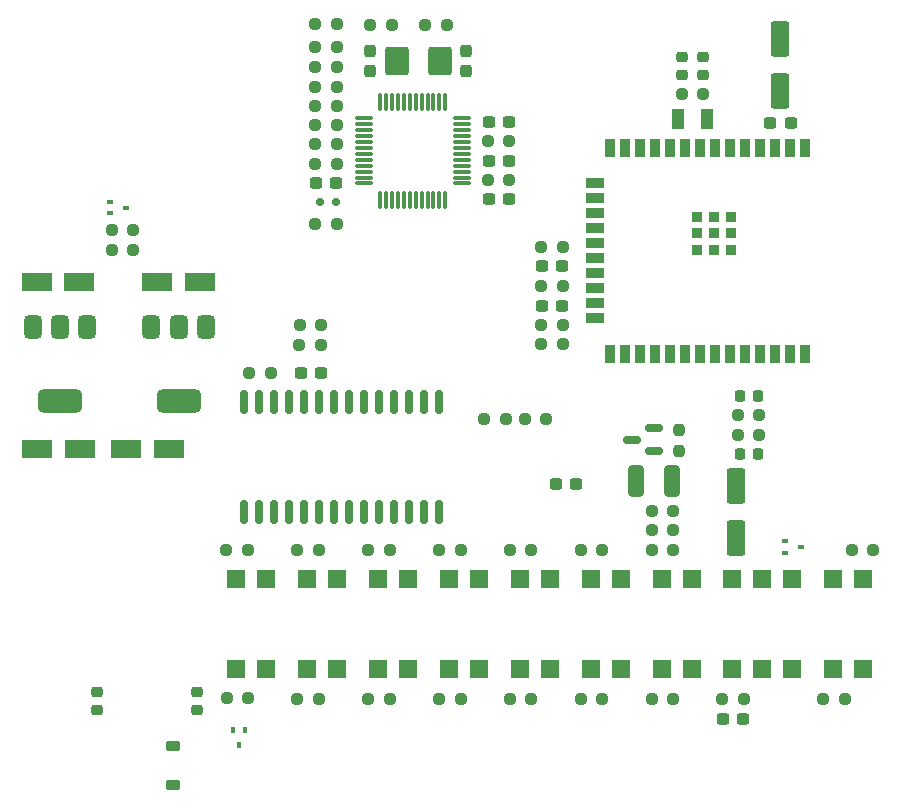
<source format=gbr>
%TF.GenerationSoftware,KiCad,Pcbnew,9.0.3*%
%TF.CreationDate,2025-08-30T18:16:35-03:00*%
%TF.ProjectId,HMI_LVDC-Inverter,484d495f-4c56-4444-932d-496e76657274,rev?*%
%TF.SameCoordinates,Original*%
%TF.FileFunction,Paste,Top*%
%TF.FilePolarity,Positive*%
%FSLAX46Y46*%
G04 Gerber Fmt 4.6, Leading zero omitted, Abs format (unit mm)*
G04 Created by KiCad (PCBNEW 9.0.3) date 2025-08-30 18:16:35*
%MOMM*%
%LPD*%
G01*
G04 APERTURE LIST*
G04 Aperture macros list*
%AMRoundRect*
0 Rectangle with rounded corners*
0 $1 Rounding radius*
0 $2 $3 $4 $5 $6 $7 $8 $9 X,Y pos of 4 corners*
0 Add a 4 corners polygon primitive as box body*
4,1,4,$2,$3,$4,$5,$6,$7,$8,$9,$2,$3,0*
0 Add four circle primitives for the rounded corners*
1,1,$1+$1,$2,$3*
1,1,$1+$1,$4,$5*
1,1,$1+$1,$6,$7*
1,1,$1+$1,$8,$9*
0 Add four rect primitives between the rounded corners*
20,1,$1+$1,$2,$3,$4,$5,0*
20,1,$1+$1,$4,$5,$6,$7,0*
20,1,$1+$1,$6,$7,$8,$9,0*
20,1,$1+$1,$8,$9,$2,$3,0*%
G04 Aperture macros list end*
%ADD10RoundRect,0.237500X-0.237500X0.250000X-0.237500X-0.250000X0.237500X-0.250000X0.237500X0.250000X0*%
%ADD11RoundRect,0.225000X0.250000X-0.225000X0.250000X0.225000X-0.250000X0.225000X-0.250000X-0.225000X0*%
%ADD12RoundRect,0.237500X-0.250000X-0.237500X0.250000X-0.237500X0.250000X0.237500X-0.250000X0.237500X0*%
%ADD13RoundRect,0.250000X0.550000X-0.550000X0.550000X0.550000X-0.550000X0.550000X-0.550000X-0.550000X0*%
%ADD14RoundRect,0.225000X0.225000X0.250000X-0.225000X0.250000X-0.225000X-0.250000X0.225000X-0.250000X0*%
%ADD15RoundRect,0.237500X0.250000X0.237500X-0.250000X0.237500X-0.250000X-0.237500X0.250000X-0.237500X0*%
%ADD16R,1.000000X1.800000*%
%ADD17RoundRect,0.225000X-0.250000X0.225000X-0.250000X-0.225000X0.250000X-0.225000X0.250000X0.225000X0*%
%ADD18RoundRect,0.237500X0.300000X0.237500X-0.300000X0.237500X-0.300000X-0.237500X0.300000X-0.237500X0*%
%ADD19RoundRect,0.250000X-1.050000X-0.550000X1.050000X-0.550000X1.050000X0.550000X-1.050000X0.550000X0*%
%ADD20RoundRect,0.250000X-0.550000X0.550000X-0.550000X-0.550000X0.550000X-0.550000X0.550000X0.550000X0*%
%ADD21RoundRect,0.250000X1.050000X0.550000X-1.050000X0.550000X-1.050000X-0.550000X1.050000X-0.550000X0*%
%ADD22RoundRect,0.225000X-0.375000X0.225000X-0.375000X-0.225000X0.375000X-0.225000X0.375000X0.225000X0*%
%ADD23RoundRect,0.237500X-0.300000X-0.237500X0.300000X-0.237500X0.300000X0.237500X-0.300000X0.237500X0*%
%ADD24RoundRect,0.100000X0.155000X0.100000X-0.155000X0.100000X-0.155000X-0.100000X0.155000X-0.100000X0*%
%ADD25RoundRect,0.075000X-0.075000X0.662500X-0.075000X-0.662500X0.075000X-0.662500X0.075000X0.662500X0*%
%ADD26RoundRect,0.075000X-0.662500X0.075000X-0.662500X-0.075000X0.662500X-0.075000X0.662500X0.075000X0*%
%ADD27RoundRect,0.150000X0.587500X0.150000X-0.587500X0.150000X-0.587500X-0.150000X0.587500X-0.150000X0*%
%ADD28RoundRect,0.150000X-0.150000X0.875000X-0.150000X-0.875000X0.150000X-0.875000X0.150000X0.875000X0*%
%ADD29R,0.900000X1.500000*%
%ADD30R,1.500000X0.900000*%
%ADD31R,0.900000X0.900000*%
%ADD32RoundRect,0.250000X-0.400000X-1.075000X0.400000X-1.075000X0.400000X1.075000X-0.400000X1.075000X0*%
%ADD33RoundRect,0.237500X0.237500X-0.300000X0.237500X0.300000X-0.237500X0.300000X-0.237500X-0.300000X0*%
%ADD34RoundRect,0.250000X0.550000X-1.250000X0.550000X1.250000X-0.550000X1.250000X-0.550000X-1.250000X0*%
%ADD35RoundRect,0.375000X-0.375000X0.625000X-0.375000X-0.625000X0.375000X-0.625000X0.375000X0.625000X0*%
%ADD36RoundRect,0.500000X-1.400000X0.500000X-1.400000X-0.500000X1.400000X-0.500000X1.400000X0.500000X0*%
%ADD37RoundRect,0.250000X-0.750000X-0.950000X0.750000X-0.950000X0.750000X0.950000X-0.750000X0.950000X0*%
%ADD38RoundRect,0.100000X0.100000X-0.155000X0.100000X0.155000X-0.100000X0.155000X-0.100000X-0.155000X0*%
%ADD39RoundRect,0.150000X0.150000X0.200000X-0.150000X0.200000X-0.150000X-0.200000X0.150000X-0.200000X0*%
G04 APERTURE END LIST*
D10*
%TO.C,R24*%
X158640000Y-76345000D03*
X158640000Y-78170000D03*
%TD*%
D11*
%TO.C,C18*%
X117876600Y-100079000D03*
X117876600Y-98529000D03*
%TD*%
D12*
%TO.C,R26*%
X126514500Y-69128800D03*
X128339500Y-69128800D03*
%TD*%
D13*
%TO.C,U20*%
X145185000Y-96610000D03*
X147725000Y-96610000D03*
X147725000Y-88990000D03*
X145185000Y-88990000D03*
%TD*%
D14*
%TO.C,C13*%
X165340000Y-78365000D03*
X163790000Y-78365000D03*
%TD*%
D15*
%TO.C,R6*%
X129712500Y-53825000D03*
X127887500Y-53825000D03*
%TD*%
D16*
%TO.C,Y2*%
X161055000Y-49985000D03*
X158555000Y-49985000D03*
%TD*%
D15*
%TO.C,R5*%
X129712500Y-52175000D03*
X127887500Y-52175000D03*
%TD*%
D17*
%TO.C,C14*%
X160720000Y-44735000D03*
X160720000Y-46285000D03*
%TD*%
D15*
%TO.C,R48*%
X112464500Y-61077000D03*
X110639500Y-61077000D03*
%TD*%
D18*
%TO.C,C9*%
X168112500Y-50390000D03*
X166387500Y-50390000D03*
%TD*%
D15*
%TO.C,R41*%
X146167500Y-86510000D03*
X144342500Y-86510000D03*
%TD*%
D12*
%TO.C,R27*%
X126539093Y-67464696D03*
X128364093Y-67464696D03*
%TD*%
D19*
%TO.C,C16*%
X104341800Y-77968000D03*
X107941800Y-77968000D03*
%TD*%
%TO.C,C19*%
X111860200Y-77968000D03*
X115460200Y-77968000D03*
%TD*%
D15*
%TO.C,R22*%
X164167500Y-99090000D03*
X162342500Y-99090000D03*
%TD*%
D20*
%TO.C,U11*%
X123725000Y-88990000D03*
X121185000Y-88990000D03*
X121185000Y-96610000D03*
X123725000Y-96610000D03*
%TD*%
D12*
%TO.C,R17*%
X147020000Y-69065000D03*
X148845000Y-69065000D03*
%TD*%
D15*
%TO.C,R13*%
X129712500Y-42000000D03*
X127887500Y-42000000D03*
%TD*%
D21*
%TO.C,C20*%
X118097500Y-63794800D03*
X114497500Y-63794800D03*
%TD*%
D15*
%TO.C,R33*%
X129712500Y-43900000D03*
X127887500Y-43900000D03*
%TD*%
D12*
%TO.C,R9*%
X127886100Y-58918000D03*
X129711100Y-58918000D03*
%TD*%
D22*
%TO.C,D4*%
X115793800Y-103140400D03*
X115793800Y-106440400D03*
%TD*%
D15*
%TO.C,R37*%
X134167500Y-86510000D03*
X132342500Y-86510000D03*
%TD*%
D14*
%TO.C,C12*%
X165340000Y-73445000D03*
X163790000Y-73445000D03*
%TD*%
D23*
%TO.C,C21*%
X162392500Y-100790000D03*
X164117500Y-100790000D03*
%TD*%
D19*
%TO.C,C17*%
X104291000Y-63794800D03*
X107891000Y-63794800D03*
%TD*%
D24*
%TO.C,Q1*%
X167662500Y-85740000D03*
X167662500Y-86740000D03*
X168952500Y-86240000D03*
%TD*%
D18*
%TO.C,C7*%
X148795000Y-65815000D03*
X147070000Y-65815000D03*
%TD*%
D12*
%TO.C,R47*%
X120369600Y-99050000D03*
X122194600Y-99050000D03*
%TD*%
%TO.C,R10*%
X142487500Y-55150000D03*
X144312500Y-55150000D03*
%TD*%
%TO.C,R28*%
X120342500Y-86510000D03*
X122167500Y-86510000D03*
%TD*%
D15*
%TO.C,R40*%
X140167500Y-99090000D03*
X138342500Y-99090000D03*
%TD*%
D12*
%TO.C,R29*%
X110639500Y-59426000D03*
X112464500Y-59426000D03*
%TD*%
D15*
%TO.C,R19*%
X148845000Y-67440000D03*
X147020000Y-67440000D03*
%TD*%
D13*
%TO.C,U21*%
X157185000Y-96610000D03*
X159725000Y-96610000D03*
X159725000Y-88990000D03*
X157185000Y-88990000D03*
%TD*%
D15*
%TO.C,R7*%
X134367500Y-42020000D03*
X132542500Y-42020000D03*
%TD*%
D12*
%TO.C,R23*%
X156342500Y-83210000D03*
X158167500Y-83210000D03*
%TD*%
D15*
%TO.C,R12*%
X147427500Y-75410000D03*
X145602500Y-75410000D03*
%TD*%
D18*
%TO.C,C8*%
X148795000Y-62490000D03*
X147070000Y-62490000D03*
%TD*%
D12*
%TO.C,R14*%
X163652500Y-75070000D03*
X165477500Y-75070000D03*
%TD*%
%TO.C,R32*%
X173282500Y-86510000D03*
X175107500Y-86510000D03*
%TD*%
D23*
%TO.C,C23*%
X148232500Y-80940000D03*
X149957500Y-80940000D03*
%TD*%
D13*
%TO.C,U9*%
X171725000Y-96610000D03*
X174265000Y-96610000D03*
X174265000Y-88990000D03*
X171725000Y-88990000D03*
%TD*%
D25*
%TO.C,U1*%
X138875000Y-48562500D03*
X138375000Y-48562500D03*
X137875000Y-48562500D03*
X137375000Y-48562500D03*
X136875000Y-48562500D03*
X136375000Y-48562500D03*
X135875000Y-48562500D03*
X135375000Y-48562500D03*
X134875000Y-48562500D03*
X134375000Y-48562500D03*
X133875000Y-48562500D03*
X133375000Y-48562500D03*
D26*
X131962500Y-49975000D03*
X131962500Y-50475000D03*
X131962500Y-50975000D03*
X131962500Y-51475000D03*
X131962500Y-51975000D03*
X131962500Y-52475000D03*
X131962500Y-52975000D03*
X131962500Y-53475000D03*
X131962500Y-53975000D03*
X131962500Y-54475000D03*
X131962500Y-54975000D03*
X131962500Y-55475000D03*
D25*
X133375000Y-56887500D03*
X133875000Y-56887500D03*
X134375000Y-56887500D03*
X134875000Y-56887500D03*
X135375000Y-56887500D03*
X135875000Y-56887500D03*
X136375000Y-56887500D03*
X136875000Y-56887500D03*
X137375000Y-56887500D03*
X137875000Y-56887500D03*
X138375000Y-56887500D03*
X138875000Y-56887500D03*
D26*
X140287500Y-55475000D03*
X140287500Y-54975000D03*
X140287500Y-54475000D03*
X140287500Y-53975000D03*
X140287500Y-53475000D03*
X140287500Y-52975000D03*
X140287500Y-52475000D03*
X140287500Y-51975000D03*
X140287500Y-51475000D03*
X140287500Y-50975000D03*
X140287500Y-50475000D03*
X140287500Y-49975000D03*
%TD*%
D15*
%TO.C,R44*%
X158167500Y-99090000D03*
X156342500Y-99090000D03*
%TD*%
D11*
%TO.C,C11*%
X158890000Y-46285000D03*
X158890000Y-44735000D03*
%TD*%
D15*
%TO.C,R39*%
X140167500Y-86510000D03*
X138342500Y-86510000D03*
%TD*%
D18*
%TO.C,C25*%
X128362500Y-71522500D03*
X126637500Y-71522500D03*
%TD*%
D15*
%TO.C,R46*%
X152167500Y-99090000D03*
X150342500Y-99090000D03*
%TD*%
D12*
%TO.C,R15*%
X163652500Y-76740000D03*
X165477500Y-76740000D03*
%TD*%
%TO.C,R30*%
X170882500Y-99090000D03*
X172707500Y-99090000D03*
%TD*%
%TO.C,R18*%
X147020000Y-60875000D03*
X148845000Y-60875000D03*
%TD*%
D27*
%TO.C,Q2*%
X156557500Y-78120000D03*
X156557500Y-76220000D03*
X154682500Y-77170000D03*
%TD*%
D23*
%TO.C,C1*%
X142537500Y-56800000D03*
X144262500Y-56800000D03*
%TD*%
D15*
%TO.C,R42*%
X146167500Y-99090000D03*
X144342500Y-99090000D03*
%TD*%
%TO.C,R36*%
X128170000Y-99090000D03*
X126345000Y-99090000D03*
%TD*%
%TO.C,R1*%
X129712500Y-45600000D03*
X127887500Y-45600000D03*
%TD*%
%TO.C,R2*%
X129712500Y-47275000D03*
X127887500Y-47275000D03*
%TD*%
%TO.C,R3*%
X129712500Y-48900000D03*
X127887500Y-48900000D03*
%TD*%
D28*
%TO.C,U10*%
X138325000Y-73952500D03*
X137055000Y-73952500D03*
X135785000Y-73952500D03*
X134515000Y-73952500D03*
X133245000Y-73952500D03*
X131975000Y-73952500D03*
X130705000Y-73952500D03*
X129435000Y-73952500D03*
X128165000Y-73952500D03*
X126895000Y-73952500D03*
X125625000Y-73952500D03*
X124355000Y-73952500D03*
X123085000Y-73952500D03*
X121815000Y-73952500D03*
X121815000Y-83252500D03*
X123085000Y-83252500D03*
X124355000Y-83252500D03*
X125625000Y-83252500D03*
X126895000Y-83252500D03*
X128165000Y-83252500D03*
X129435000Y-83252500D03*
X130705000Y-83252500D03*
X131975000Y-83252500D03*
X133245000Y-83252500D03*
X134515000Y-83252500D03*
X135785000Y-83252500D03*
X137055000Y-83252500D03*
X138325000Y-83252500D03*
%TD*%
D29*
%TO.C,U2*%
X169345000Y-52435000D03*
X168075000Y-52435000D03*
X166805000Y-52435000D03*
X165535000Y-52435000D03*
X164265000Y-52435000D03*
X162995000Y-52435000D03*
X161725000Y-52435000D03*
X160455000Y-52435000D03*
X159185000Y-52435000D03*
X157915000Y-52435000D03*
X156645000Y-52435000D03*
X155375000Y-52435000D03*
X154105000Y-52435000D03*
X152835000Y-52435000D03*
D30*
X151585000Y-55470000D03*
X151585000Y-56740000D03*
X151585000Y-58010000D03*
X151585000Y-59280000D03*
X151585000Y-60550000D03*
X151585000Y-61820000D03*
X151585000Y-63090000D03*
X151585000Y-64360000D03*
X151585000Y-65630000D03*
X151585000Y-66900000D03*
D29*
X152835000Y-69935000D03*
X154105000Y-69935000D03*
X155375000Y-69935000D03*
X156645000Y-69935000D03*
X157915000Y-69935000D03*
X159185000Y-69935000D03*
X160455000Y-69935000D03*
X161725000Y-69935000D03*
X162995000Y-69935000D03*
X164265000Y-69935000D03*
X165535000Y-69935000D03*
X166805000Y-69935000D03*
X168075000Y-69935000D03*
X169345000Y-69935000D03*
D31*
X163025000Y-58285000D03*
X161625000Y-58285000D03*
X160225000Y-58285000D03*
X163025000Y-59685000D03*
X161625000Y-59685000D03*
X160225000Y-59685000D03*
X163025000Y-61085000D03*
X161625000Y-61085000D03*
X160225000Y-61085000D03*
%TD*%
D15*
%TO.C,R4*%
X129712500Y-50550000D03*
X127887500Y-50550000D03*
%TD*%
D13*
%TO.C,U17*%
X127185000Y-96610000D03*
X129725000Y-96610000D03*
X129725000Y-88990000D03*
X127185000Y-88990000D03*
%TD*%
D24*
%TO.C,Q4*%
X110526000Y-57021000D03*
X110526000Y-58021000D03*
X111816000Y-57521000D03*
%TD*%
D32*
%TO.C,R21*%
X155007500Y-80710000D03*
X158107500Y-80710000D03*
%TD*%
D33*
%TO.C,C4*%
X140650000Y-45987500D03*
X140650000Y-44262500D03*
%TD*%
D34*
%TO.C,C10*%
X167175000Y-47615000D03*
X167175000Y-43215000D03*
%TD*%
D15*
%TO.C,R8*%
X144312500Y-51900000D03*
X142487500Y-51900000D03*
%TD*%
D35*
%TO.C,U3*%
X108543400Y-67604400D03*
X106243400Y-67604400D03*
D36*
X106243400Y-73904400D03*
D35*
X103943400Y-67604400D03*
%TD*%
D15*
%TO.C,R45*%
X152167500Y-86510000D03*
X150342500Y-86510000D03*
%TD*%
D37*
%TO.C,Y1*%
X134750000Y-45125000D03*
X138450000Y-45125000D03*
%TD*%
D23*
%TO.C,C6*%
X142537500Y-53550000D03*
X144262500Y-53550000D03*
%TD*%
D15*
%TO.C,R31*%
X124107500Y-71522500D03*
X122282500Y-71522500D03*
%TD*%
D34*
%TO.C,C22*%
X163505000Y-85470000D03*
X163505000Y-81070000D03*
%TD*%
D15*
%TO.C,R43*%
X158167500Y-86510000D03*
X156342500Y-86510000D03*
%TD*%
D13*
%TO.C,U18*%
X133185000Y-96610000D03*
X135725000Y-96610000D03*
X135725000Y-88990000D03*
X133185000Y-88990000D03*
%TD*%
D23*
%TO.C,C3*%
X142537500Y-50300000D03*
X144262500Y-50300000D03*
%TD*%
D15*
%TO.C,R34*%
X139007500Y-42020000D03*
X137182500Y-42020000D03*
%TD*%
D12*
%TO.C,R25*%
X156342500Y-84840000D03*
X158167500Y-84840000D03*
%TD*%
D13*
%TO.C,U22*%
X151185000Y-96610000D03*
X153725000Y-96610000D03*
X153725000Y-88990000D03*
X151185000Y-88990000D03*
%TD*%
D38*
%TO.C,Q3*%
X121932600Y-101757800D03*
X120932600Y-101757800D03*
X121432600Y-103047800D03*
%TD*%
D39*
%TO.C,D1*%
X128251000Y-57075000D03*
X129651000Y-57075000D03*
%TD*%
D33*
%TO.C,C5*%
X132525000Y-45987500D03*
X132525000Y-44262500D03*
%TD*%
D12*
%TO.C,R11*%
X142152500Y-75410000D03*
X143977500Y-75410000D03*
%TD*%
D15*
%TO.C,R35*%
X128167500Y-86510000D03*
X126342500Y-86510000D03*
%TD*%
D18*
%TO.C,C2*%
X129661100Y-55463600D03*
X127936100Y-55463600D03*
%TD*%
D15*
%TO.C,R38*%
X134170000Y-99090000D03*
X132345000Y-99090000D03*
%TD*%
%TO.C,R20*%
X148845000Y-64165000D03*
X147020000Y-64165000D03*
%TD*%
D11*
%TO.C,C15*%
X109393000Y-100066000D03*
X109393000Y-98516000D03*
%TD*%
D13*
%TO.C,U19*%
X139185000Y-96610000D03*
X141725000Y-96610000D03*
X141725000Y-88990000D03*
X139185000Y-88990000D03*
%TD*%
D35*
%TO.C,U5*%
X118597500Y-67590000D03*
X116297500Y-67590000D03*
D36*
X116297500Y-73890000D03*
D35*
X113997500Y-67590000D03*
%TD*%
D12*
%TO.C,R16*%
X158892500Y-47910000D03*
X160717500Y-47910000D03*
%TD*%
D20*
%TO.C,U7*%
X168265000Y-88990000D03*
X165725000Y-88990000D03*
X163185000Y-88990000D03*
X163185000Y-96610000D03*
X165725000Y-96610000D03*
X168265000Y-96610000D03*
%TD*%
M02*

</source>
